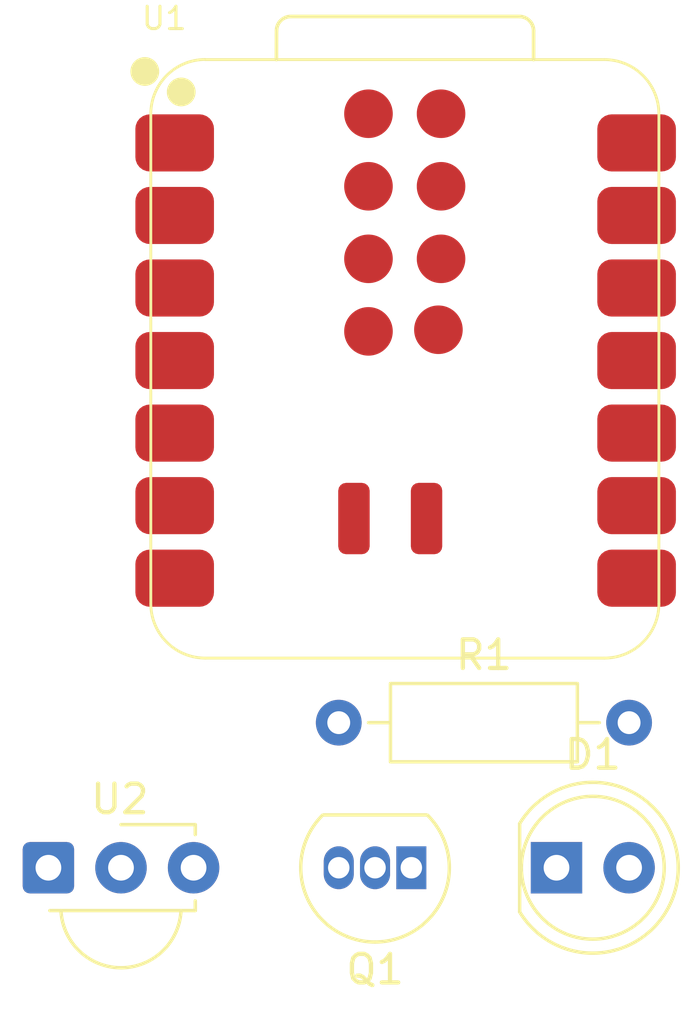
<source format=kicad_pcb>
(kicad_pcb (version 20241229) (generator "pcbnew") (generator_version "9.0")
  (layers (0 "F.Cu" signal) (2 "B.Cu" signal) (13 "F.Paste" user) (15 "B.Paste" user) (5 "F.SilkS" user "F.Silkscreen") (7 "B.SilkS" user "B.Silkscreen") (1 "F.Mask" user) (3 "B.Mask" user) (25 "Edge.Cuts" user))
  (net 0 "")
  (net 1 "Net-(D1-A)")
  (net 2 "Net-(D1-K)")
  (net 3 "GND")
  (net 4 "IR_OUT")
  (net 5 "+BATT")
  (net 12 "+3.3V")
  (net 14 "Net-(U1-BAT)")
  (net 22 "Net-(U1-GND-Pad16)")
  (net 24 "IR_IN")
  (footprint "OptoDevice:Vishay_MINICAST-3Pin" (layer "F.Cu") (at 50.8 88.9)
    (property "Reference" "U2" (at 2.5 -2.4 180) (layer "F.SilkS"))
    (property "Value" "TSOP382xx")
    (fp_line (start 5.14 -1.51) (end 2.54 -1.51) (stroke (width 0.12)) (layer "F.SilkS"))
    (fp_line (start 5.14 -1.16) (end 5.14 -1.51) (stroke (width 0.12)) (layer "F.SilkS"))
    (fp_line (start 5.14 1.16) (end 5.14 1.5) (stroke (width 0.12)) (layer "F.SilkS"))
    (fp_line (start 5.14 1.5) (end 0.05 1.5) (stroke (width 0.12)) (layer "F.SilkS"))
    (fp_arc (start 4.64 1.5) (mid 2.540869 3.502379) (end 0.440083 1.501736) (stroke (width 0.12)) (layer "F.SilkS"))
    (pad "1" thru_hole roundrect (at 0 0) (size 1.8 1.8) (drill 0.9) (layers "*.Cu" "*.Mask") (roundrect_rratio 0.139) (net 24 "IR_IN"))
    (pad "2" thru_hole circle (at 2.54 0) (size 1.8 1.8) (drill 0.9) (layers "*.Cu" "*.Mask") (net 3 "GND"))
    (pad "3" thru_hole circle (at 5.08 0) (size 1.8 1.8) (drill 0.9) (layers "*.Cu" "*.Mask") (net 12 "+3.3V"))
  )
  (footprint "Resistor_THT:R_Axial_DIN0207_L6.3mm_D2.5mm_P10.16mm_Horizontal" (layer "F.Cu") (at 60.96 83.82)
    (property "Reference" "R1" (at 5.08 -2.37 0) (layer "F.SilkS"))
    (property "Value" "22")
    (fp_line (start 1.04 0) (end 1.81 0) (stroke (width 0.12)) (layer "F.SilkS"))
    (fp_line (start 1.81 -1.37) (end 1.81 1.37) (stroke (width 0.12)) (layer "F.SilkS"))
    (fp_line (start 1.81 1.37) (end 8.35 1.37) (stroke (width 0.12)) (layer "F.SilkS"))
    (fp_line (start 8.35 -1.37) (end 1.81 -1.37) (stroke (width 0.12)) (layer "F.SilkS"))
    (fp_line (start 8.35 1.37) (end 8.35 -1.37) (stroke (width 0.12)) (layer "F.SilkS"))
    (fp_line (start 9.12 0) (end 8.35 0) (stroke (width 0.12)) (layer "F.SilkS"))
    (pad "1" thru_hole circle (at 0 0) (size 1.6 1.6) (drill 0.8) (layers "*.Cu" "*.Mask") (net 5 "+BATT"))
    (pad "2" thru_hole oval (at 10.16 0) (size 1.6 1.6) (drill 0.8) (layers "*.Cu" "*.Mask") (net 1 "Net-(D1-A)"))
  )
  (footprint "Package_TO_SOT_THT:TO-92_Inline" (layer "F.Cu") (at 63.5 88.9 180)
    (property "Reference" "Q1" (at 1.27 -3.56 0) (layer "F.SilkS"))
    (property "Value" "BS170")
    (fp_line (start -0.53 1.85) (end 3.07 1.85) (stroke (width 0.12)) (layer "F.SilkS"))
    (fp_arc (start 1.27 -2.6) (mid 3.672087 -0.994977) (end 3.108478 1.838478) (stroke (width 0.12)) (layer "F.SilkS"))
    (fp_arc (start -0.568478 1.838478) (mid -1.132087 -0.994977) (end 1.27 -2.6) (stroke (width 0.12)) (layer "F.SilkS"))
    (pad "1" thru_hole rect (at 0 0 180) (size 1.05 1.5) (drill 0.75) (layers "*.Cu" "*.Mask") (net 2 "Net-(D1-K)"))
    (pad "2" thru_hole oval (at 1.27 0 180) (size 1.05 1.5) (drill 0.75) (layers "*.Cu" "*.Mask") (net 4 "IR_OUT"))
    (pad "3" thru_hole oval (at 2.54 0 180) (size 1.05 1.5) (drill 0.75) (layers "*.Cu" "*.Mask") (net 3 "GND"))
  )
  (footprint "LED_THT:LED_D5.0mm_IRGrey" (layer "F.Cu") (at 68.58 88.9)
    (property "Reference" "D1" (at 1.27 -3.96 0) (layer "F.SilkS"))
    (property "Value" "TSAL6200")
    (fp_line (start -1.29 -1.545) (end -1.29 1.545) (stroke (width 0.12)) (layer "F.SilkS"))
    (fp_arc (start -1.29 -1.54483) (mid 2.071756 -2.880501) (end 4.26 -0.000048) (stroke (width 0.12)) (layer "F.SilkS"))
    (fp_arc (start 4.26 0.000048) (mid 2.071756 2.880501) (end -1.29 1.54483) (stroke (width 0.12)) (layer "F.SilkS"))
    (fp_circle (center 1.27 0) (end 3.77 0) (stroke (width 0.12)) (fill no) (layer "F.SilkS"))
    (pad "1" thru_hole rect (at 0 0) (size 1.8 1.8) (drill 0.9) (layers "*.Cu" "*.Mask") (net 2 "Net-(D1-K)"))
    (pad "2" thru_hole circle (at 2.54 0) (size 1.8 1.8) (drill 0.9) (layers "*.Cu" "*.Mask") (net 1 "Net-(D1-A)"))
  )
  (footprint "project:XIAO-ESP32C6-SMD" (layer "F.Cu") (at 63.5 71.12)
    (property "Reference" "U1" (at -9.5 -11.5 0) (layer "F.SilkS") (effects (font (size 0.78232 0.78232) (thickness 0.10668)) (justify left bottom)))
    (property "Value" "XIAO-ESP32-S6")
    (fp_line (start -9.1166 8.5345) (end -9.1166 -8.6105) (stroke (width 0.1)) (layer "F.SilkS"))
    (fp_line (start -7.2116 10.4395) (end 6.7584 10.4395) (stroke (width 0.1)) (layer "F.SilkS"))
    (fp_line (start -4.7216 -10.5155) (end -4.717872 -11.525772) (stroke (width 0.127)) (layer "F.SilkS"))
    (fp_line (start -4.217872 -12.0255) (end 3.7774 -12.0255) (stroke (width 0.127)) (layer "F.SilkS"))
    (fp_line (start 4.2774 -11.5255) (end 4.2774 -10.5155) (stroke (width 0.127)) (layer "F.SilkS"))
    (fp_line (start 6.7584 -10.5155) (end -7.2116 -10.5155) (stroke (width 0.1)) (layer "F.SilkS"))
    (fp_line (start 8.6634 8.5345) (end 8.6634 -8.6105) (stroke (width 0.1)) (layer "F.SilkS"))
    (fp_arc (start -9.1166 -8.6145) (mid -8.558638 -9.961538) (end -7.2116 -10.5195) (stroke (width 0.1)) (layer "F.SilkS"))
    (fp_arc (start -7.2116 10.4395) (mid -8.558638 9.881538) (end -9.1166 8.5345) (stroke (width 0.1)) (layer "F.SilkS"))
    (fp_arc (start -4.717872 -11.525772) (mid -4.571324 -11.879144) (end -4.217872 -12.0255) (stroke (width 0.127)) (layer "F.SilkS"))
    (fp_arc (start 3.7774 -12.0255) (mid 4.130953 -11.879053) (end 4.2774 -11.5255) (stroke (width 0.127)) (layer "F.SilkS"))
    (fp_arc (start 6.7584 -10.5155) (mid 8.105438 -9.957538) (end 8.6634 -8.6105) (stroke (width 0.1)) (layer "F.SilkS"))
    (fp_arc (start 8.6634 8.5345) (mid 8.105438 9.881538) (end 6.7584 10.4395) (stroke (width 0.1)) (layer "F.SilkS"))
    (fp_circle (center -9.3266 -10.0995) (end -9.3266 -10.3535) (stroke (width 0.5)) (fill yes) (layer "F.SilkS"))
    (fp_circle (center -8.0526 -9.3825) (end -8.0526 -9.6365) (stroke (width 0.5)) (fill yes) (layer "F.SilkS"))
    (pad "1" smd roundrect (at -8.2816 -7.5985) (size 2.75 2) (layers "F.Cu" "F.Mask" "F.Paste") (net 4 "IR_OUT"))
    (pad "2" smd roundrect (at -8.2816 -5.0585) (size 2.75 2) (layers "F.Cu" "F.Mask" "F.Paste") (net 24 "IR_IN"))
    (pad "3" smd roundrect (at -8.2816 -2.5185) (size 2.75 2) (layers "F.Cu" "F.Mask" "F.Paste"))
    (pad "4" smd roundrect (at -8.2816 0.0215) (size 2.75 2) (layers "F.Cu" "F.Mask" "F.Paste"))
    (pad "5" smd roundrect (at -8.2816 2.5615) (size 2.75 2) (layers "F.Cu" "F.Mask" "F.Paste"))
    (pad "6" smd roundrect (at -8.2816 5.1015) (size 2.75 2) (layers "F.Cu" "F.Mask" "F.Paste"))
    (pad "7" smd roundrect (at -8.2816 7.6415) (size 2.75 2) (layers "F.Cu" "F.Mask" "F.Paste"))
    (pad "8" smd roundrect (at 7.8834 7.6415) (size 2.75 2) (layers "F.Cu" "F.Mask" "F.Paste"))
    (pad "9" smd roundrect (at 7.8834 5.1015) (size 2.75 2) (layers "F.Cu" "F.Mask" "F.Paste"))
    (pad "10" smd roundrect (at 7.8834 2.5615) (size 2.75 2) (layers "F.Cu" "F.Mask" "F.Paste"))
    (pad "11" smd roundrect (at 7.8834 0.0215) (size 2.75 2) (layers "F.Cu" "F.Mask" "F.Paste"))
    (pad "12" smd roundrect (at 7.8834 -2.5185) (size 2.75 2) (layers "F.Cu" "F.Mask" "F.Paste") (net 12 "+3.3V"))
    (pad "13" smd roundrect (at 7.8834 -5.0585) (size 2.75 2) (layers "F.Cu" "F.Mask" "F.Paste") (net 3 "GND"))
    (pad "14" smd roundrect (at 7.8834 -7.5985) (size 2.75 2) (layers "F.Cu" "F.Mask" "F.Paste") (net 5 "+BATT"))
    (pad "15" smd roundrect (at -2.008 5.5532 270) (size 2.5 1.1) (layers "F.Cu" "F.Mask" "F.Paste") (net 14 "Net-(U1-BAT)"))
    (pad "16" smd roundrect (at 0.532 5.5532 270) (size 2.5 1.1) (layers "F.Cu" "F.Mask" "F.Paste") (net 22 "Net-(U1-GND-Pad16)"))
    (pad "17" smd circle (at -1.5 -8.62) (size 1.7 1.7) (layers "F.Cu" "F.Mask" "F.Paste"))
    (pad "18" smd circle (at 1.04 -8.62) (size 1.7 1.7) (layers "F.Cu" "F.Mask" "F.Paste"))
    (pad "19" smd circle (at -1.5 -6.08) (size 1.7 1.7) (layers "F.Cu" "F.Mask" "F.Paste"))
    (pad "20" smd circle (at 1.04 -6.08) (size 1.7 1.7) (layers "F.Cu" "F.Mask" "F.Paste"))
    (pad "21" smd circle (at -1.5 -3.54) (size 1.7 1.7) (layers "F.Cu" "F.Mask" "F.Paste"))
    (pad "22" smd circle (at 1.04 -3.54) (size 1.7 1.7) (layers "F.Cu" "F.Mask" "F.Paste"))
    (pad "23" smd circle (at -1.5 -1) (size 1.7 1.7) (layers "F.Cu" "F.Mask" "F.Paste"))
    (pad "24" smd circle (at 0.9474 -1.0568) (size 1.7 1.7) (layers "F.Cu" "F.Mask" "F.Paste"))
  )
)
</source>
